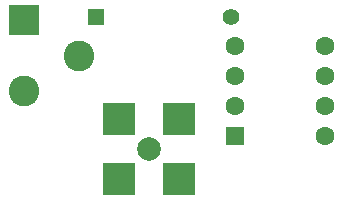
<source format=gbr>
%TF.GenerationSoftware,KiCad,Pcbnew,9.0.4-9.0.4-0~ubuntu24.04.1*%
%TF.CreationDate,2025-10-04T13:56:06-07:00*%
%TF.ProjectId,compact_photodiode_v2,636f6d70-6163-4745-9f70-686f746f6469,rev?*%
%TF.SameCoordinates,Original*%
%TF.FileFunction,Soldermask,Top*%
%TF.FilePolarity,Negative*%
%FSLAX46Y46*%
G04 Gerber Fmt 4.6, Leading zero omitted, Abs format (unit mm)*
G04 Created by KiCad (PCBNEW 9.0.4-9.0.4-0~ubuntu24.04.1) date 2025-10-04 13:56:06*
%MOMM*%
%LPD*%
G01*
G04 APERTURE LIST*
%ADD10R,1.397000X1.397000*%
%ADD11C,1.397000*%
%ADD12R,2.700000X2.700000*%
%ADD13C,2.000000*%
%ADD14R,2.600000X2.600000*%
%ADD15C,2.600000*%
%ADD16R,1.600000X1.600000*%
%ADD17C,1.600000*%
G04 APERTURE END LIST*
D10*
%TO.C,R1*%
X143570000Y-111500000D03*
D11*
X155000000Y-111500000D03*
%TD*%
D12*
%TO.C,BNC*%
X150600000Y-125280000D03*
X150600000Y-120200000D03*
X145520000Y-125280000D03*
X145520000Y-120200000D03*
D13*
X148060000Y-122740000D03*
%TD*%
D14*
%TO.C,BT1*%
X137450000Y-111800000D03*
D15*
X137450000Y-117800000D03*
X142150000Y-114800000D03*
%TD*%
D16*
%TO.C,U1*%
X155390000Y-121600000D03*
D17*
X155390000Y-119060000D03*
X155390000Y-116520000D03*
X155390000Y-113980000D03*
X163010000Y-113980000D03*
X163010000Y-116520000D03*
X163010000Y-119060000D03*
X163010000Y-121600000D03*
%TD*%
M02*

</source>
